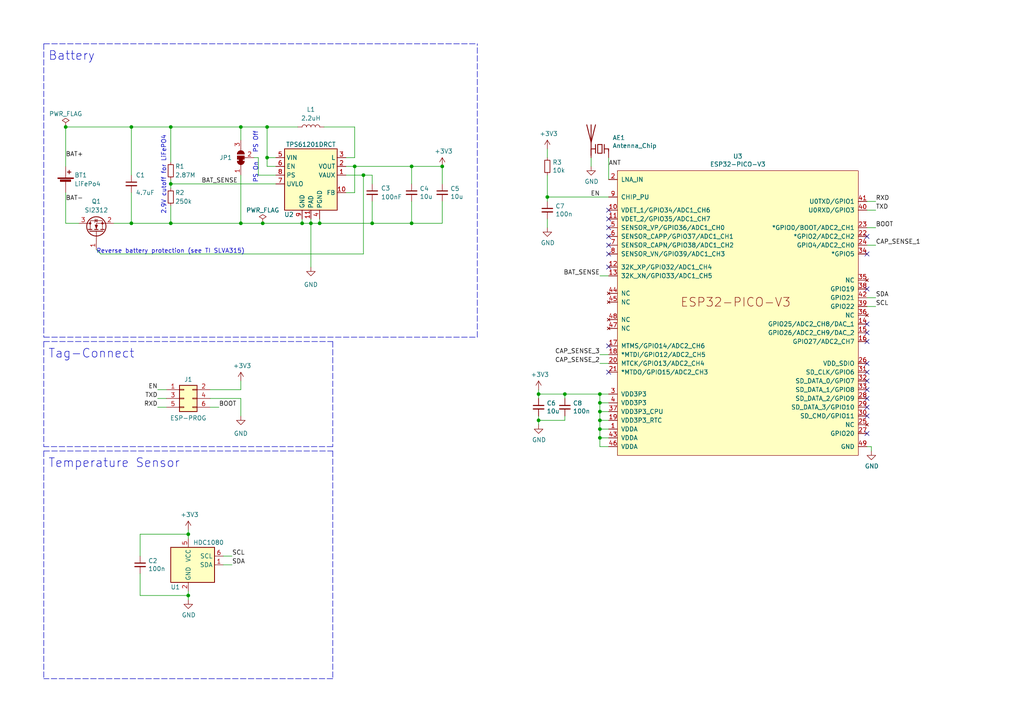
<source format=kicad_sch>
(kicad_sch (version 20210621) (generator eeschema)
  (paper "A4")
  (title_block (title "ESP32 Soil Sensor") (date "2021-09-16") (rev "1.1"))
  (lib_symbols
    (symbol "Device:Battery_Cell" (pin_numbers hide) (pin_names (offset 0) hide)
      (property "Reference" "BT" (at 2.54 2.54 0))
      (property "Value" "Battery_Cell" (at 2.54 0 0))
      (symbol "Battery_Cell_0_1"
        (rectangle (start -2.286 1.778) (end 2.286 1.524) (fill (type outline)))
        (rectangle (start -1.5748 1.1938) (end 1.4732 0.6858) (fill (type outline)))
        (polyline (pts (xy 0 0.762) (xy 0 0)))
        (polyline (pts (xy 0 1.778) (xy 0 2.54)))
        (polyline (pts (xy 0.508 3.429) (xy 1.524 3.429)) (stroke (width 0.254)))
        (polyline (pts (xy 1.016 3.937) (xy 1.016 2.921)) (stroke (width 0.254)))
      )
      (symbol "Battery_Cell_1_1"
        (pin passive line (at 0 5.08 270) (length 2.54) (name "+") (number "1"))
        (pin passive line (at 0 -2.54 90) (length 2.54) (name "-") (number "2"))
      )
    )
    (symbol "Device:C_Small" (pin_numbers hide) (pin_names (offset 0.254) hide)
      (property "Reference" "C" (at 0.254 1.778 0))
      (property "Value" "C_Small" (at 0.254 -2.032 0))
      (symbol "C_Small_0_1"
        (polyline (pts (xy -1.524 -0.508) (xy 1.524 -0.508)) (stroke (width 0.3302)))
        (polyline (pts (xy -1.524 0.508) (xy 1.524 0.508)) (stroke (width 0.3048)))
      )
      (symbol "C_Small_1_1"
        (pin passive line (at 0 2.54 270) (length 2.032) (name "~") (number "1"))
        (pin passive line (at 0 -2.54 90) (length 2.032) (name "~") (number "2"))
      )
    )
    (symbol "Device:L" (pin_numbers hide) (pin_names (offset 1.016) hide)
      (property "Reference" "L" (at -1.27 0 90))
      (property "Value" "L" (at 1.905 0 90))
      (symbol "L_0_1"
        (arc (start 0 -2.54) (end 0 -1.27) (radius (at 0 -1.905) (length 0.635) (angles -89.9 89.9)))
        (arc (start 0 -1.27) (end 0 0) (radius (at 0 -0.635) (length 0.635) (angles -89.9 89.9)))
        (arc (start 0 0) (end 0 1.27) (radius (at 0 0.635) (length 0.635) (angles -89.9 89.9)))
        (arc (start 0 1.27) (end 0 2.54) (radius (at 0 1.905) (length 0.635) (angles -89.9 89.9)))
      )
      (symbol "L_1_1"
        (pin passive line (at 0 3.81 270) (length 1.27) (name "1") (number "1"))
        (pin passive line (at 0 -3.81 90) (length 1.27) (name "2") (number "2"))
      )
    )
    (symbol "Device:R_Small" (pin_numbers hide) (pin_names (offset 0.254) hide)
      (property "Reference" "R" (at 0.762 0.508 0))
      (property "Value" "R_Small" (at 0.762 -1.016 0))
      (symbol "R_Small_0_1"
        (rectangle (start -0.762 1.778) (end 0.762 -1.778) (stroke (width 0.2032)))
      )
      (symbol "R_Small_1_1"
        (pin passive line (at 0 2.54 270) (length 0.762) (name "~") (number "1"))
        (pin passive line (at 0 -2.54 90) (length 0.762) (name "~") (number "2"))
      )
    )
    (symbol "Jumper:SolderJumper_3_Bridged12" (pin_names (offset 0) hide)
      (property "Reference" "JP" (at -2.54 -2.54 0))
      (property "Value" "SolderJumper_3_Bridged12" (at 0 2.794 0))
      (symbol "SolderJumper_3_Bridged12_0_1"
        (arc (start -1.016 1.016) (end -1.016 -1.016) (radius (at -1.016 0) (length 1.016) (angles 90.1 -90.1)))
        (arc (start 1.016 -1.016) (end 1.016 1.016) (radius (at 1.016 0) (length 1.016) (angles -89.9 89.9)))
        (arc (start -1.016 1.016) (end -1.016 -1.016) (radius (at -1.016 0) (length 1.016) (angles 90.1 -90.1)) (fill (type outline)))
        (arc (start 1.016 -1.016) (end 1.016 1.016) (radius (at 1.016 0) (length 1.016) (angles -89.9 89.9)) (fill (type outline)))
        (rectangle (start -1.016 0.508) (end -0.508 -0.508) (fill (type outline)))
        (rectangle (start -0.508 1.016) (end 0.508 -1.016) (fill (type outline)))
        (polyline (pts (xy -2.54 0) (xy -2.032 0)))
        (polyline (pts (xy -1.016 1.016) (xy -1.016 -1.016)))
        (polyline (pts (xy 0 -1.27) (xy 0 -1.016)))
        (polyline (pts (xy 1.016 1.016) (xy 1.016 -1.016)))
        (polyline (pts (xy 2.54 0) (xy 2.032 0)))
      )
      (symbol "SolderJumper_3_Bridged12_1_1"
        (pin passive line (at -5.08 0 0) (length 2.54) (name "A") (number "1"))
        (pin input line (at 0 -3.81 90) (length 2.54) (name "C") (number "2"))
        (pin passive line (at 5.08 0 180) (length 2.54) (name "B") (number "3"))
      )
    )
    (symbol "Regulator_Switching:TPS61201DRC"
      (property "Reference" "U" (at -10.16 8.89 0))
      (property "Value" "TPS61201DRC" (at -2.54 8.89 0))
      (symbol "TPS61201DRC_0_1"
        (rectangle (start -7.62 7.62) (end 7.62 -10.16) (stroke (width 0.254)) (fill (type background)))
      )
      (symbol "TPS61201DRC_1_1"
        (pin bidirectional line (at 10.16 0 180) (length 2.54) (name "VAUX") (number "1"))
        (pin input line (at 10.16 -5.08 180) (length 2.54) (name "FB") (number "10"))
        (pin power_in line (at 0 -12.7 90) (length 2.54) (name "PAD") (number "11"))
        (pin power_out line (at 10.16 2.54 180) (length 2.54) (name "VOUT") (number "2"))
        (pin input line (at 10.16 5.08 180) (length 2.54) (name "L") (number "3"))
        (pin power_in line (at 2.54 -12.7 90) (length 2.54) (name "PGND") (number "4"))
        (pin power_in line (at -10.16 5.08 0) (length 2.54) (name "VIN") (number "5"))
        (pin input line (at -10.16 2.54 0) (length 2.54) (name "EN") (number "6"))
        (pin input line (at -10.16 -2.54 0) (length 2.54) (name "UVLO") (number "7"))
        (pin input line (at -10.16 0 0) (length 2.54) (name "PS") (number "8"))
        (pin power_in line (at -2.54 -12.7 90) (length 2.54) (name "GND") (number "9"))
      )
    )
    (symbol "Transistor_FET:DMN10H220L" (pin_names hide)
      (property "Reference" "Q" (at 5.08 1.905 0))
      (property "Value" "DMN10H220L" (at 5.08 0 0))
      (symbol "DMN10H220L_0_1"
        (circle (center 1.651 0) (radius 2.794) (stroke (width 0.254)))
        (circle (center 2.54 -1.778) (radius 0.254) (fill (type outline)))
        (circle (center 2.54 1.778) (radius 0.254) (fill (type outline)))
        (polyline (pts (xy 0.254 0) (xy -2.54 0)))
        (polyline (pts (xy 0.254 1.905) (xy 0.254 -1.905)) (stroke (width 0.254)))
        (polyline (pts (xy 0.762 -1.27) (xy 0.762 -2.286)) (stroke (width 0.254)))
        (polyline (pts (xy 0.762 0.508) (xy 0.762 -0.508)) (stroke (width 0.254)))
        (polyline (pts (xy 0.762 2.286) (xy 0.762 1.27)) (stroke (width 0.254)))
        (polyline (pts (xy 2.54 2.54) (xy 2.54 1.778)))
        (polyline (pts (xy 2.54 -2.54) (xy 2.54 0) (xy 0.762 0)))
        (polyline (pts (xy 0.762 -1.778) (xy 3.302 -1.778) (xy 3.302 1.778) (xy 0.762 1.778)))
        (polyline (pts (xy 2.794 0.508) (xy 2.921 0.381) (xy 3.683 0.381) (xy 3.81 0.254)))
        (polyline (pts (xy 3.302 0.381) (xy 2.921 -0.254) (xy 3.683 -0.254) (xy 3.302 0.381)))
        (polyline (pts (xy 1.016 0) (xy 2.032 0.381) (xy 2.032 -0.381) (xy 1.016 0)) (fill (type outline)))
      )
      (symbol "DMN10H220L_1_1"
        (pin input line (at -5.08 0 0) (length 2.54) (name "G") (number "1"))
        (pin passive line (at 2.54 -5.08 90) (length 2.54) (name "S") (number "2"))
        (pin passive line (at 2.54 5.08 270) (length 2.54) (name "D") (number "3"))
      )
    )
    (symbol "power:GND" (power) (pin_names (offset 0))
      (property "Value" "GND" (at 0 -3.81 0))
      (symbol "GND_0_1"
        (polyline (pts (xy 0 0) (xy 0 -1.27) (xy 1.27 -1.27) (xy 0 -2.54) (xy -1.27 -1.27) (xy 0 -1.27)))
      )
      (symbol "GND_1_1"
        (pin power_in line (at 0 0 270) (length 0) hide (name "GND") (number "1"))
      )
    )
    (symbol "power:PWR_FLAG" (power) (pin_numbers hide) (pin_names (offset 0) hide)
      (property "Value" "PWR_FLAG" (at 0 3.81 0))
      (symbol "PWR_FLAG_0_0"
        (pin power_out line (at 0 0 90) (length 0) (name "pwr") (number "1"))
      )
      (symbol "PWR_FLAG_0_1"
        (polyline (pts (xy 0 0) (xy 0 1.27) (xy -1.016 1.905) (xy 0 2.54) (xy 1.016 1.905) (xy 0 1.27)))
      )
    )
    (symbol "soil_sensor_2-rescue:+3.3V-power" (power) (pin_names (offset 0))
      (property "Value" "+3.3V-power" (at 0 3.556 0))
      (symbol "+3.3V-power_0_1"
        (polyline (pts (xy -0.762 1.27) (xy 0 2.54)))
        (polyline (pts (xy 0 0) (xy 0 2.54)))
        (polyline (pts (xy 0 2.54) (xy 0.762 1.27)))
      )
      (symbol "+3.3V-power_1_1"
        (pin power_in line (at 0 0 90) (length 0) hide (name "+3V3") (number "1"))
      )
    )
    (symbol "soil_sensor_2-rescue:Antenna_Chip-Device" (pin_numbers hide) (pin_names (offset 1.016) hide)
      (property "Reference" "AE" (at 0 5.08 0))
      (property "Value" "Antenna_Chip-Device" (at 0 3.175 0))
      (symbol "Antenna_Chip-Device_0_1"
        (polyline (pts (xy -2.54 0) (xy -2.54 -0.635)) (stroke (width 0.254)))
        (polyline (pts (xy -2.54 0) (xy -1.27 0)) (stroke (width 0.254)))
        (polyline (pts (xy 1.27 0) (xy 2.54 0)) (stroke (width 0.254)))
        (polyline (pts (xy 1.27 1.27) (xy 1.27 -1.27)) (stroke (width 0.254)))
        (polyline (pts (xy 2.54 -0.635) (xy 2.54 0)))
        (polyline (pts (xy 2.54 6.985) (xy 2.54 -1.905)) (stroke (width 0.254)))
        (polyline (pts (xy -1.27 1.27) (xy -1.27 -1.27) (xy -1.27 0)) (stroke (width 0.254)))
        (polyline (pts (xy 3.81 6.985) (xy 2.54 1.905) (xy 1.27 6.985)) (stroke (width 0.254)))
        (polyline (pts (xy -0.635 1.27) (xy 0.635 1.27) (xy 0.635 -1.27) (xy -0.635 -1.27) (xy -0.635 1.27)) (stroke (width 0.254)))
      )
      (symbol "Antenna_Chip-Device_1_1"
        (pin input line (at -2.54 -2.54 90) (length 2.54) (name "FEED") (number "1"))
        (pin passive line (at 2.54 -2.54 90) (length 2.54) (name "PCB_Trace") (number "2"))
      )
    )
    (symbol "soil_sensor_2-rescue:C_Small-Device" (pin_numbers hide) (pin_names (offset 0.254) hide)
      (property "Reference" "C" (at 0.254 1.778 0))
      (property "Value" "C_Small-Device" (at 0.254 -2.032 0))
      (symbol "C_Small-Device_0_1"
        (polyline (pts (xy -1.524 -0.508) (xy 1.524 -0.508)) (stroke (width 0.3302)))
        (polyline (pts (xy -1.524 0.508) (xy 1.524 0.508)) (stroke (width 0.3048)))
      )
      (symbol "C_Small-Device_1_1"
        (pin passive line (at 0 2.54 270) (length 2.032) (name "~") (number "1"))
        (pin passive line (at 0 -2.54 90) (length 2.032) (name "~") (number "2"))
      )
    )
    (symbol "soil_sensor_2-rescue:Conn_02x03_Odd_Even-Connector_Generic" (pin_names (offset 1.016) hide)
      (property "Reference" "J" (at 1.27 5.08 0))
      (property "Value" "Conn_02x03_Odd_Even-Connector_Generic" (at 1.27 -5.08 0))
      (symbol "Conn_02x03_Odd_Even-Connector_Generic_1_1"
        (rectangle (start -1.27 -2.413) (end 0 -2.667) (stroke (width 0.1524)))
        (rectangle (start -1.27 0.127) (end 0 -0.127) (stroke (width 0.1524)))
        (rectangle (start -1.27 2.667) (end 0 2.413) (stroke (width 0.1524)))
        (rectangle (start 3.81 -2.413) (end 2.54 -2.667) (stroke (width 0.1524)))
        (rectangle (start 3.81 0.127) (end 2.54 -0.127) (stroke (width 0.1524)))
        (rectangle (start 3.81 2.667) (end 2.54 2.413) (stroke (width 0.1524)))
        (rectangle (start -1.27 3.81) (end 3.81 -3.81) (stroke (width 0.254)) (fill (type background)))
        (pin passive line (at -5.08 2.54 0) (length 3.81) (name "Pin_1") (number "1"))
        (pin passive line (at 7.62 2.54 180) (length 3.81) (name "Pin_2") (number "2"))
        (pin passive line (at -5.08 0 0) (length 3.81) (name "Pin_3") (number "3"))
        (pin passive line (at 7.62 0 180) (length 3.81) (name "Pin_4") (number "4"))
        (pin passive line (at -5.08 -2.54 0) (length 3.81) (name "Pin_5") (number "5"))
        (pin passive line (at 7.62 -2.54 180) (length 3.81) (name "Pin_6") (number "6"))
      )
    )
    (symbol "soil_sensor_2-rescue:ESP32-PICO-V3-Espressif" (pin_names (offset 1.016))
      (property "Reference" "U" (at 0 43.18 0))
      (property "Value" "ESP32-PICO-V3-Espressif" (at 0 -41.91 0))
      (symbol "ESP32-PICO-V3-Espressif_0_0"
        (text "ESP32-PICO-V3" (at 0 3.81 0) (effects (font (size 2.54 2.54))))
      )
      (symbol "ESP32-PICO-V3-Espressif_0_1"
        (rectangle (start -34.29 41.91) (end 35.56 -40.64) (fill (type background)))
      )
      (symbol "ESP32-PICO-V3-Espressif_1_1"
        (pin power_in line (at -36.83 -33.02 0) (length 2.54) (name "VDDA") (number "1"))
        (pin input line (at -36.83 30.48 0) (length 2.54) (name "VDET_1/GPIO34/ADC1_CH6") (number "10"))
        (pin input line (at -36.83 27.94 0) (length 2.54) (name "VDET_2/GPIO35/ADC1_CH7") (number "11"))
        (pin bidirectional line (at -36.83 13.97 0) (length 2.54) (name "32K_XP/GPIO32/ADC1_CH4") (number "12"))
        (pin bidirectional line (at -36.83 11.43 0) (length 2.54) (name "32K_XN/GPIO33/ADC1_CH5") (number "13"))
        (pin bidirectional line (at 38.1 -2.54 180) (length 2.54) (name "GPIO25/ADC2_CH8/DAC_1") (number "14"))
        (pin bidirectional line (at 38.1 -5.08 180) (length 2.54) (name "GPIO26/ADC2_CH9/DAC_2") (number "15"))
        (pin bidirectional line (at 38.1 -7.62 180) (length 2.54) (name "GPIO27/ADC2_CH7") (number "16"))
        (pin bidirectional line (at -36.83 -8.89 0) (length 2.54) (name "MTMS/GPIO14/ADC2_CH6") (number "17"))
        (pin bidirectional line (at -36.83 -11.43 0) (length 2.54) (name "*MTDI/GPIO12/ADC2_CH5") (number "18"))
        (pin power_in line (at -36.83 -30.48 0) (length 2.54) (name "VDD3P3_RTC") (number "19"))
        (pin bidirectional line (at -36.83 39.37 0) (length 2.54) (name "LNA_IN") (number "2"))
        (pin bidirectional line (at -36.83 -13.97 0) (length 2.54) (name "MTCK/GPIO13/ADC2_CH4") (number "20"))
        (pin bidirectional line (at -36.83 -16.51 0) (length 2.54) (name "*MTDO/GPIO15/ADC2_CH3") (number "21"))
        (pin bidirectional line (at 38.1 22.86 180) (length 2.54) (name "*GPIO2/ADC2_CH2") (number "22"))
        (pin bidirectional line (at 38.1 25.4 180) (length 2.54) (name "*GPIO0/BOOT/ADC2_CH1") (number "23"))
        (pin bidirectional line (at 38.1 20.32 180) (length 2.54) (name "GPIO4/ADC2_CH0") (number "24"))
        (pin no_connect line (at 38.1 -31.75 180) (length 2.54) (name "NC") (number "25"))
        (pin power_out line (at 38.1 -13.97 180) (length 2.54) (name "VDD_SDIO") (number "26"))
        (pin bidirectional line (at 38.1 -34.29 180) (length 2.54) (name "GPIO20") (number "27"))
        (pin bidirectional line (at 38.1 -24.13 180) (length 2.54) (name "SD_DATA_2/GPIO9") (number "28"))
        (pin bidirectional line (at 38.1 -26.67 180) (length 2.54) (name "SD_DATA_3/GPIO10") (number "29"))
        (pin power_in line (at -36.83 -22.86 0) (length 2.54) (name "VDD3P3") (number "3"))
        (pin bidirectional line (at 38.1 -29.21 180) (length 2.54) (name "SD_CMD/GPIO11") (number "30"))
        (pin bidirectional line (at 38.1 -16.51 180) (length 2.54) (name "SD_CLK/GPIO6") (number "31"))
        (pin bidirectional line (at 38.1 -19.05 180) (length 2.54) (name "SD_DATA_0/GPIO7") (number "32"))
        (pin bidirectional line (at 38.1 -21.59 180) (length 2.54) (name "SD_DATA_1/GPIO8") (number "33"))
        (pin bidirectional line (at 38.1 17.78 180) (length 2.54) (name "*GPIO5") (number "34"))
        (pin no_connect line (at 38.1 10.16 180) (length 2.54) (name "NC") (number "35"))
        (pin no_connect line (at 38.1 0 180) (length 2.54) (name "NC") (number "36"))
        (pin power_in line (at -36.83 -27.94 0) (length 2.54) (name "VDD3P3_CPU") (number "37"))
        (pin bidirectional line (at 38.1 7.62 180) (length 2.54) (name "GPIO19") (number "38"))
        (pin bidirectional line (at 38.1 2.54 180) (length 2.54) (name "GPIO22") (number "39"))
        (pin power_in line (at -36.83 -25.4 0) (length 2.54) (name "VDD3P3") (number "4"))
        (pin bidirectional line (at 38.1 30.48 180) (length 2.54) (name "U0RXD/GPIO3") (number "40"))
        (pin bidirectional line (at 38.1 33.02 180) (length 2.54) (name "U0TXD/GPIO1") (number "41"))
        (pin bidirectional line (at 38.1 5.08 180) (length 2.54) (name "GPIO21") (number "42"))
        (pin power_in line (at -36.83 -35.56 0) (length 2.54) (name "VDDA") (number "43"))
        (pin no_connect line (at -36.83 6.35 0) (length 2.54) (name "NC") (number "44"))
        (pin no_connect line (at -36.83 3.81 0) (length 2.54) (name "NC") (number "45"))
        (pin power_in line (at -36.83 -38.1 0) (length 2.54) (name "VDDA") (number "46"))
        (pin no_connect line (at -36.83 -3.81 0) (length 2.54) (name "NC") (number "47"))
        (pin no_connect line (at -36.83 -1.27 0) (length 2.54) (name "NC") (number "48"))
        (pin power_in line (at 38.1 -38.1 180) (length 2.54) (name "GND") (number "49"))
        (pin input line (at -36.83 25.4 0) (length 2.54) (name "SENSOR_VP/GPIO36/ADC1_CH0") (number "5"))
        (pin input line (at -36.83 22.86 0) (length 2.54) (name "SENSOR_CAPP/GPIO37/ADC1_CH1") (number "6"))
        (pin input line (at -36.83 20.32 0) (length 2.54) (name "SENSOR_CAPN/GPIO38/ADC1_CH2") (number "7"))
        (pin input line (at -36.83 17.78 0) (length 2.54) (name "SENSOR_VN/GPIO39/ADC1_CH3") (number "8"))
        (pin input line (at -36.83 34.29 0) (length 2.54) (name "CHIP_PU") (number "9"))
      )
    )
    (symbol "soil_sensor_2-rescue:GND-power" (power) (pin_names (offset 0))
      (property "Value" "GND-power" (at 0 -3.81 0))
      (symbol "GND-power_0_1"
        (polyline (pts (xy 0 0) (xy 0 -1.27) (xy 1.27 -1.27) (xy 0 -2.54) (xy -1.27 -1.27) (xy 0 -1.27)))
      )
      (symbol "GND-power_1_1"
        (pin power_in line (at 0 0 270) (length 0) hide (name "GND") (number "1"))
      )
    )
    (symbol "soil_sensor_2-rescue:HDC1080-Sensor_Humidity"
      (property "Reference" "U" (at -6.35 6.35 0))
      (property "Value" "HDC1080-Sensor_Humidity" (at 3.81 6.35 0))
      (symbol "HDC1080-Sensor_Humidity_0_1"
        (rectangle (start -7.62 5.08) (end 5.08 -5.08) (stroke (width 0.254)) (fill (type background)))
      )
      (symbol "HDC1080-Sensor_Humidity_1_1"
        (pin bidirectional line (at 7.62 0 180) (length 2.54) (name "SDA") (number "1"))
        (pin power_in line (at -2.54 -7.62 90) (length 2.54) (name "GND") (number "2"))
        (pin no_connect line (at -7.62 0 0) (length 2.54) hide (name "NC") (number "3"))
        (pin no_connect line (at -7.62 -2.54 0) (length 2.54) hide (name "NC") (number "4"))
        (pin power_in line (at -2.54 7.62 270) (length 2.54) (name "VCC") (number "5"))
        (pin input line (at 7.62 2.54 180) (length 2.54) (name "SCL") (number "6"))
        (pin no_connect line (at -7.62 2.54 0) (length 2.54) hide (name "DAP") (number "7"))
      )
    )
    (symbol "soil_sensor_2-rescue:R_Small-Device" (pin_numbers hide) (pin_names (offset 0.254) hide)
      (property "Reference" "R" (at 0.762 0.508 0))
      (property "Value" "R_Small-Device" (at 0.762 -1.016 0))
      (symbol "R_Small-Device_0_1"
        (rectangle (start -0.762 1.778) (end 0.762 -1.778) (stroke (width 0.2032)))
      )
      (symbol "R_Small-Device_1_1"
        (pin passive line (at 0 2.54 270) (length 0.762) (name "~") (number "1"))
        (pin passive line (at 0 -2.54 90) (length 0.762) (name "~") (number "2"))
      )
    )
  )
  (junction (at 19.05 36.83))
  (junction (at 38.1 36.83))
  (junction (at 38.1 64.77))
  (junction (at 49.53 36.83))
  (junction (at 49.53 53.34))
  (junction (at 49.53 64.77))
  (junction (at 54.61 154.94))
  (junction (at 54.61 172.72))
  (junction (at 69.85 36.83))
  (junction (at 69.85 64.77))
  (junction (at 76.2 64.77))
  (junction (at 77.47 36.83))
  (junction (at 77.47 45.72))
  (junction (at 87.63 64.77))
  (junction (at 90.17 64.77))
  (junction (at 92.71 64.77))
  (junction (at 102.87 48.26))
  (junction (at 105.41 50.8))
  (junction (at 107.95 64.77))
  (junction (at 119.38 48.26))
  (junction (at 119.38 64.77))
  (junction (at 128.27 48.26))
  (junction (at 156.21 114.3) (diameter 0.9144))
  (junction (at 156.21 121.92) (diameter 0.9144))
  (junction (at 158.75 57.15) (diameter 0.9144))
  (junction (at 163.83 114.3) (diameter 0.9144))
  (junction (at 173.99 114.3) (diameter 0.9144))
  (junction (at 173.99 116.84) (diameter 0.9144))
  (junction (at 173.99 119.38) (diameter 0.9144))
  (junction (at 173.99 121.92) (diameter 0.9144))
  (junction (at 173.99 124.46) (diameter 0.9144))
  (junction (at 173.99 127) (diameter 0.9144))
  (no_connect (at 176.53 60.96))
  (no_connect (at 176.53 63.5))
  (no_connect (at 176.53 66.04))
  (no_connect (at 176.53 68.58))
  (no_connect (at 176.53 71.12))
  (no_connect (at 176.53 73.66))
  (no_connect (at 176.53 77.47))
  (no_connect (at 176.53 100.33))
  (no_connect (at 176.53 107.95))
  (no_connect (at 251.46 68.58))
  (no_connect (at 251.46 73.66))
  (no_connect (at 251.46 83.82))
  (no_connect (at 251.46 93.98))
  (no_connect (at 251.46 96.52))
  (no_connect (at 251.46 99.06))
  (no_connect (at 251.46 105.41))
  (no_connect (at 251.46 107.95))
  (no_connect (at 251.46 110.49))
  (no_connect (at 251.46 113.03))
  (no_connect (at 251.46 115.57))
  (no_connect (at 251.46 118.11))
  (no_connect (at 251.46 120.65))
  (no_connect (at 251.46 125.73))
  (wire (pts (xy 19.05 36.83) (xy 19.05 48.26)))
  (wire (pts (xy 19.05 36.83) (xy 38.1 36.83)))
  (wire (pts (xy 19.05 64.77) (xy 19.05 55.88)))
  (wire (pts (xy 19.05 64.77) (xy 22.86 64.77)))
  (wire (pts (xy 29.21 73.66) (xy 27.94 72.39)))
  (wire (pts (xy 33.02 64.77) (xy 38.1 64.77)))
  (wire (pts (xy 38.1 36.83) (xy 49.53 36.83)))
  (wire (pts (xy 38.1 50.8) (xy 38.1 36.83)))
  (wire (pts (xy 38.1 55.88) (xy 38.1 64.77)))
  (wire (pts (xy 38.1 64.77) (xy 49.53 64.77)))
  (wire (pts (xy 40.64 154.94) (xy 40.64 161.29)))
  (wire (pts (xy 40.64 172.72) (xy 40.64 166.37)))
  (wire (pts (xy 45.72 113.03) (xy 48.26 113.03)))
  (wire (pts (xy 45.72 115.57) (xy 48.26 115.57)))
  (wire (pts (xy 45.72 118.11) (xy 48.26 118.11)))
  (wire (pts (xy 49.53 36.83) (xy 69.85 36.83)))
  (wire (pts (xy 49.53 46.99) (xy 49.53 36.83)))
  (wire (pts (xy 49.53 53.34) (xy 49.53 52.07)))
  (wire (pts (xy 49.53 53.34) (xy 49.53 54.61)))
  (wire (pts (xy 49.53 64.77) (xy 49.53 59.69)))
  (wire (pts (xy 49.53 64.77) (xy 69.85 64.77)))
  (wire (pts (xy 54.61 153.67) (xy 54.61 154.94)))
  (wire (pts (xy 54.61 154.94) (xy 40.64 154.94)))
  (wire (pts (xy 54.61 154.94) (xy 54.61 156.21)))
  (wire (pts (xy 54.61 171.45) (xy 54.61 172.72)))
  (wire (pts (xy 54.61 172.72) (xy 40.64 172.72)))
  (wire (pts (xy 54.61 172.72) (xy 54.61 173.99)))
  (wire (pts (xy 60.96 113.03) (xy 69.85 113.03)))
  (wire (pts (xy 60.96 115.57) (xy 69.85 115.57)))
  (wire (pts (xy 60.96 118.11) (xy 63.5 118.11)))
  (wire (pts (xy 64.77 161.29) (xy 67.31 161.29)))
  (wire (pts (xy 64.77 163.83) (xy 67.31 163.83)))
  (wire (pts (xy 69.85 36.83) (xy 69.85 40.64)))
  (wire (pts (xy 69.85 36.83) (xy 77.47 36.83)))
  (wire (pts (xy 69.85 50.8) (xy 69.85 64.77)))
  (wire (pts (xy 69.85 110.49) (xy 69.85 113.03)))
  (wire (pts (xy 69.85 115.57) (xy 69.85 120.65)))
  (wire (pts (xy 74.93 45.72) (xy 73.66 45.72)))
  (wire (pts (xy 74.93 50.8) (xy 74.93 45.72)))
  (wire (pts (xy 76.2 64.77) (xy 69.85 64.77)))
  (wire (pts (xy 77.47 36.83) (xy 77.47 45.72)))
  (wire (pts (xy 77.47 48.26) (xy 77.47 45.72)))
  (wire (pts (xy 80.01 45.72) (xy 77.47 45.72)))
  (wire (pts (xy 80.01 48.26) (xy 77.47 48.26)))
  (wire (pts (xy 80.01 50.8) (xy 74.93 50.8)))
  (wire (pts (xy 80.01 53.34) (xy 49.53 53.34)))
  (wire (pts (xy 86.36 36.83) (xy 77.47 36.83)))
  (wire (pts (xy 87.63 64.77) (xy 76.2 64.77)))
  (wire (pts (xy 87.63 64.77) (xy 87.63 63.5)))
  (wire (pts (xy 90.17 63.5) (xy 90.17 64.77)))
  (wire (pts (xy 90.17 64.77) (xy 87.63 64.77)))
  (wire (pts (xy 90.17 64.77) (xy 90.17 77.47)))
  (wire (pts (xy 92.71 63.5) (xy 92.71 64.77)))
  (wire (pts (xy 92.71 64.77) (xy 90.17 64.77)))
  (wire (pts (xy 92.71 64.77) (xy 107.95 64.77)))
  (wire (pts (xy 93.98 36.83) (xy 102.87 36.83)))
  (wire (pts (xy 100.33 45.72) (xy 102.87 45.72)))
  (wire (pts (xy 100.33 48.26) (xy 102.87 48.26)))
  (wire (pts (xy 100.33 50.8) (xy 105.41 50.8)))
  (wire (pts (xy 100.33 55.88) (xy 102.87 55.88)))
  (wire (pts (xy 102.87 36.83) (xy 102.87 45.72)))
  (wire (pts (xy 102.87 48.26) (xy 119.38 48.26)))
  (wire (pts (xy 102.87 55.88) (xy 102.87 48.26)))
  (wire (pts (xy 105.41 50.8) (xy 105.41 73.66)))
  (wire (pts (xy 105.41 50.8) (xy 107.95 50.8)))
  (wire (pts (xy 105.41 73.66) (xy 29.21 73.66)))
  (wire (pts (xy 107.95 50.8) (xy 107.95 53.34)))
  (wire (pts (xy 107.95 58.42) (xy 107.95 64.77)))
  (wire (pts (xy 107.95 64.77) (xy 119.38 64.77)))
  (wire (pts (xy 119.38 53.34) (xy 119.38 48.26)))
  (wire (pts (xy 119.38 64.77) (xy 119.38 58.42)))
  (wire (pts (xy 119.38 64.77) (xy 128.27 64.77)))
  (wire (pts (xy 128.27 48.26) (xy 119.38 48.26)))
  (wire (pts (xy 128.27 53.34) (xy 128.27 48.26)))
  (wire (pts (xy 128.27 64.77) (xy 128.27 58.42)))
  (wire (pts (xy 156.21 114.3) (xy 156.21 113.03)))
  (wire (pts (xy 156.21 114.3) (xy 156.21 115.57)))
  (wire (pts (xy 156.21 120.65) (xy 156.21 121.92)))
  (wire (pts (xy 156.21 121.92) (xy 163.83 121.92)))
  (wire (pts (xy 156.21 123.19) (xy 156.21 121.92)))
  (wire (pts (xy 158.75 45.72) (xy 158.75 43.18)))
  (wire (pts (xy 158.75 50.8) (xy 158.75 57.15)))
  (wire (pts (xy 158.75 57.15) (xy 158.75 58.42)))
  (wire (pts (xy 158.75 63.5) (xy 158.75 66.04)))
  (wire (pts (xy 163.83 114.3) (xy 156.21 114.3)))
  (wire (pts (xy 163.83 114.3) (xy 163.83 115.57)))
  (wire (pts (xy 163.83 121.92) (xy 163.83 120.65)))
  (wire (pts (xy 171.45 45.72) (xy 171.45 48.26)))
  (wire (pts (xy 173.99 114.3) (xy 163.83 114.3)))
  (wire (pts (xy 173.99 114.3) (xy 176.53 114.3)))
  (wire (pts (xy 173.99 116.84) (xy 173.99 114.3)))
  (wire (pts (xy 173.99 119.38) (xy 173.99 116.84)))
  (wire (pts (xy 173.99 121.92) (xy 173.99 119.38)))
  (wire (pts (xy 173.99 124.46) (xy 173.99 121.92)))
  (wire (pts (xy 173.99 127) (xy 173.99 124.46)))
  (wire (pts (xy 173.99 129.54) (xy 173.99 127)))
  (wire (pts (xy 176.53 45.72) (xy 176.53 52.07)))
  (wire (pts (xy 176.53 57.15) (xy 158.75 57.15)))
  (wire (pts (xy 176.53 80.01) (xy 173.99 80.01)))
  (wire (pts (xy 176.53 102.87) (xy 173.99 102.87)))
  (wire (pts (xy 176.53 105.41) (xy 173.99 105.41)))
  (wire (pts (xy 176.53 116.84) (xy 173.99 116.84)))
  (wire (pts (xy 176.53 119.38) (xy 173.99 119.38)))
  (wire (pts (xy 176.53 121.92) (xy 173.99 121.92)))
  (wire (pts (xy 176.53 124.46) (xy 173.99 124.46)))
  (wire (pts (xy 176.53 127) (xy 173.99 127)))
  (wire (pts (xy 176.53 129.54) (xy 173.99 129.54)))
  (wire (pts (xy 251.46 58.42) (xy 254 58.42)))
  (wire (pts (xy 251.46 60.96) (xy 254 60.96)))
  (wire (pts (xy 251.46 66.04) (xy 254 66.04)))
  (wire (pts (xy 251.46 71.12) (xy 254 71.12)))
  (wire (pts (xy 251.46 86.36) (xy 254 86.36)))
  (wire (pts (xy 251.46 88.9) (xy 254 88.9)))
  (wire (pts (xy 251.46 129.54) (xy 252.73 129.54)))
  (wire (pts (xy 252.73 129.54) (xy 252.73 130.81)))
  (polyline (pts (xy 12.7 12.7) (xy 12.7 97.79)))
  (polyline (pts (xy 12.7 12.7) (xy 138.43 12.7)))
  (polyline (pts (xy 12.7 97.79) (xy 138.43 97.79)))
  (polyline (pts (xy 12.7 99.06) (xy 12.7 129.54)))
  (polyline (pts (xy 12.7 99.06) (xy 96.52 99.06)))
  (polyline (pts (xy 12.7 130.81) (xy 12.7 196.85)))
  (polyline (pts (xy 12.7 130.81) (xy 96.52 130.81)))
  (polyline (pts (xy 96.52 99.06) (xy 96.52 129.54)))
  (polyline (pts (xy 96.52 129.54) (xy 12.7 129.54)))
  (polyline (pts (xy 96.52 130.81) (xy 96.52 196.85)))
  (polyline (pts (xy 96.52 196.85) (xy 12.7 196.85)))
  (polyline (pts (xy 138.43 97.79) (xy 138.43 12.7)))
  (text "Battery" (at 13.97 17.78 0) (effects (font (size 2.54 2.54)) (justify left bottom)))
  (text "Tag-Connect" (at 13.97 104.14 0) (effects (font (size 2.54 2.54)) (justify left bottom)))
  (text "Temperature Sensor" (at 13.97 135.89 0) (effects (font (size 2.54 2.54)) (justify left bottom)))
  (text "Reverse battery protection (see TI SLVA315)" (at 27.94 73.66 0) (effects (font (size 1.27 1.27)) (justify left bottom)))
  (text "2.9V cutoff for LiFePO4" (at 48.26 62.23 90) (effects (font (size 1.27 1.27)) (justify left bottom)))
  (text "PS Off" (at 74.93 44.45 90) (effects (font (size 1.27 1.27)) (justify left bottom)))
  (text "PS On" (at 74.93 46.99 270) (effects (font (size 1.27 1.27)) (justify right bottom)))
  (label "BAT+" (at 19.05 45.72 0))
  (label "BAT-" (at 19.05 58.42 0))
  (label "EN" (at 45.72 113.03 180))
  (label "TXD" (at 45.72 115.57 180))
  (label "RXD" (at 45.72 118.11 180))
  (label "BAT_SENSE" (at 58.42 53.34 0))
  (label "BOOT" (at 63.5 118.11 0))
  (label "SCL" (at 67.31 161.29 0))
  (label "SDA" (at 67.31 163.83 0))
  (label "EN" (at 173.99 57.15 180))
  (label "BAT_SENSE" (at 173.99 80.01 180))
  (label "CAP_SENSE_3" (at 173.99 102.87 180))
  (label "CAP_SENSE_2" (at 173.99 105.41 180))
  (label "ANT" (at 176.53 48.26 0))
  (label "RXD" (at 254 58.42 0))
  (label "TXD" (at 254 60.96 0))
  (label "BOOT" (at 254 66.04 0))
  (label "CAP_SENSE_1" (at 254 71.12 0))
  (label "SDA" (at 254 86.36 0))
  (label "SCL" (at 254 88.9 0))
  (symbol (lib_id "soil_sensor_2-rescue:+3.3V-power") (at 54.61 153.67 0) (unit 1)
    (property "Reference" "#PWR01" (effects hide))
    (property "Value" "+3.3V" (at 54.991 149.2758 0))
  )
  (symbol (lib_id "soil_sensor_2-rescue:+3.3V-power") (at 69.85 110.49 0) (unit 1)
    (property "Reference" "#PWR03" (effects hide))
    (property "Value" "+3.3V" (at 70.231 106.0958 0))
  )
  (symbol (lib_id "soil_sensor_2-rescue:+3.3V-power") (at 128.27 48.26 0) (unit 1)
    (property "Reference" "#PWR06" (effects hide))
    (property "Value" "+3.3V" (at 128.651 43.8658 0))
  )
  (symbol (lib_id "soil_sensor_2-rescue:+3.3V-power") (at 156.21 113.03 0) (unit 1)
    (property "Reference" "#PWR07" (effects hide))
    (property "Value" "+3.3V" (at 156.591 108.6358 0))
  )
  (symbol (lib_id "soil_sensor_2-rescue:+3.3V-power") (at 158.75 43.18 0) (unit 1)
    (property "Reference" "#PWR09" (effects hide))
    (property "Value" "+3.3V" (at 159.131 38.7858 0))
  )
  (symbol (lib_id "power:PWR_FLAG") (at 19.05 36.83 0) (unit 1)
    (property "Reference" "#FLG01" (effects hide))
    (property "Value" "PWR_FLAG" (at 19.05 33.02 0))
  )
  (symbol (lib_id "power:PWR_FLAG") (at 76.2 64.77 0) (unit 1)
    (property "Reference" "#FLG02" (effects hide))
    (property "Value" "PWR_FLAG" (at 76.2 60.96 0))
  )
  (symbol (lib_id "soil_sensor_2-rescue:GND-power") (at 54.61 173.99 0) (unit 1)
    (property "Reference" "#PWR02" (effects hide))
    (property "Value" "GND" (at 54.737 178.3842 0))
  )
  (symbol (lib_id "power:GND") (at 69.85 120.65 0) (unit 1)
    (property "Reference" "#PWR04" (effects hide))
    (property "Value" "GND" (at 69.85 125.73 0))
  )
  (symbol (lib_id "power:GND") (at 90.17 77.47 0) (unit 1)
    (property "Reference" "#PWR05" (effects hide))
    (property "Value" "GND" (at 90.17 82.55 0))
  )
  (symbol (lib_id "soil_sensor_2-rescue:GND-power") (at 156.21 123.19 0) (unit 1)
    (property "Reference" "#PWR08" (effects hide))
    (property "Value" "GND" (at 156.337 127.5842 0))
  )
  (symbol (lib_id "soil_sensor_2-rescue:GND-power") (at 158.75 66.04 0) (unit 1)
    (property "Reference" "#PWR010" (effects hide))
    (property "Value" "GND" (at 158.877 70.4342 0))
  )
  (symbol (lib_id "soil_sensor_2-rescue:GND-power") (at 171.45 48.26 0) (unit 1)
    (property "Reference" "#PWR011" (effects hide))
    (property "Value" "GND" (at 171.577 52.6542 0))
  )
  (symbol (lib_id "soil_sensor_2-rescue:GND-power") (at 252.73 130.81 0) (unit 1)
    (property "Reference" "#PWR012" (effects hide))
    (property "Value" "GND" (at 252.857 135.2042 0))
  )
  (symbol (lib_id "Device:L") (at 90.17 36.83 90) (unit 1)
    (property "Reference" "L1" (at 90.17 31.75 90))
    (property "Value" "2.2uH" (at 90.17 34.29 90))
    (property "Footprint" "Inductor_SMD:L_Taiyo-Yuden_NR-40xx" (effects hide))
    (property "Digikey" "NRS4018T2R2MDGJ" (effects hide))
  )
  (symbol (lib_id "Device:R_Small") (at 49.53 49.53 0) (unit 1)
    (property "Reference" "R1" (at 50.8 48.2599 0) (effects (justify left)))
    (property "Value" "2.87M" (at 50.8 50.7999 0) (effects (justify left)))
    (property "Footprint" "Resistor_SMD:R_0603_1608Metric" (effects hide))
    (property "Digikey" "541-2.87MHCT-ND" (effects hide))
  )
  (symbol (lib_id "Device:R_Small") (at 49.53 57.15 0) (unit 1)
    (property "Reference" "R2" (at 50.8 55.8799 0) (effects (justify left)))
    (property "Value" "250k" (at 50.8 58.4199 0) (effects (justify left)))
    (property "Footprint" "Resistor_SMD:R_0603_1608Metric" (effects hide))
  )
  (symbol (lib_id "soil_sensor_2-rescue:R_Small-Device") (at 158.75 48.26 0) (unit 1)
    (property "Reference" "R3" (at 160.2486 47.0916 0) (effects (justify left)))
    (property "Value" "10k" (at 160.2486 49.403 0) (effects (justify left)))
    (property "Footprint" "Resistor_SMD:R_0603_1608Metric" (effects hide))
  )
  (symbol (lib_id "Device:C_Small") (at 38.1 53.34 0) (unit 1)
    (property "Reference" "C1" (at 39.37 50.7999 0) (effects (justify left)))
    (property "Value" "4.7uF" (at 39.37 55.8799 0) (effects (justify left)))
    (property "Footprint" "Capacitor_SMD:C_0603_1608Metric" (effects hide))
  )
  (symbol (lib_id "soil_sensor_2-rescue:C_Small-Device") (at 40.64 163.83 0) (unit 1)
    (property "Reference" "C2" (at 42.9768 162.6616 0) (effects (justify left)))
    (property "Value" "100n" (at 42.9768 164.973 0) (effects (justify left)))
    (property "Footprint" "Capacitor_SMD:C_0603_1608Metric" (effects hide))
  )
  (symbol (lib_id "Device:C_Small") (at 107.95 55.88 0) (unit 1)
    (property "Reference" "C3" (at 110.49 54.6099 0) (effects (justify left)))
    (property "Value" "100nF" (at 110.49 57.1499 0) (effects (justify left)))
    (property "Footprint" "Capacitor_SMD:C_0603_1608Metric" (effects hide))
  )
  (symbol (lib_id "soil_sensor_2-rescue:C_Small-Device") (at 119.38 55.88 0) (unit 1)
    (property "Reference" "C4" (at 121.7168 54.7116 0) (effects (justify left)))
    (property "Value" "10u" (at 121.7168 57.023 0) (effects (justify left)))
    (property "Footprint" "Capacitor_SMD:C_0805_2012Metric" (effects hide))
  )
  (symbol (lib_id "soil_sensor_2-rescue:C_Small-Device") (at 128.27 55.88 0) (unit 1)
    (property "Reference" "C5" (at 130.6068 54.7116 0) (effects (justify left)))
    (property "Value" "10u" (at 130.6068 57.023 0) (effects (justify left)))
    (property "Footprint" "Capacitor_SMD:C_0805_2012Metric" (effects hide))
  )
  (symbol (lib_id "soil_sensor_2-rescue:C_Small-Device") (at 156.21 118.11 0) (unit 1)
    (property "Reference" "C6" (at 158.5468 116.9416 0) (effects (justify left)))
    (property "Value" "10u" (at 158.5468 119.253 0) (effects (justify left)))
    (property "Footprint" "Capacitor_SMD:C_0805_2012Metric" (effects hide))
  )
  (symbol (lib_id "soil_sensor_2-rescue:C_Small-Device") (at 158.75 60.96 0) (unit 1)
    (property "Reference" "C7" (at 161.0868 59.7916 0) (effects (justify left)))
    (property "Value" "100n" (at 161.0868 62.103 0) (effects (justify left)))
    (property "Footprint" "Capacitor_SMD:C_0603_1608Metric" (effects hide))
  )
  (symbol (lib_id "soil_sensor_2-rescue:C_Small-Device") (at 163.83 118.11 0) (unit 1)
    (property "Reference" "C8" (at 166.1668 116.9416 0) (effects (justify left)))
    (property "Value" "100n" (at 166.1668 119.253 0) (effects (justify left)))
    (property "Footprint" "Capacitor_SMD:C_0603_1608Metric" (effects hide))
  )
  (symbol (lib_id "Device:Battery_Cell") (at 19.05 53.34 0) (unit 1)
    (property "Reference" "BT1" (at 21.59 50.7999 0) (effects (justify left)))
    (property "Value" "LiFePo4" (at 21.59 53.3399 0) (effects (justify left)))
    (property "Footprint" "Soil_Sensor:BatteryHolder_Keystone_2460_1xAA" (effects hide))
  )
  (symbol (lib_id "Jumper:SolderJumper_3_Bridged12") (at 69.85 45.72 90) (unit 1)
    (property "Reference" "JP1" (at 67.31 45.7199 90) (effects (justify left)))
    (property "Value" "SolderJumper_3_Bridged12" (effects hide))
    (property "Footprint" "Jumper:SolderJumper-3_P1.3mm_Bridged12_RoundedPad1.0x1.5mm" (effects hide))
  )
  (symbol (lib_id "soil_sensor_2-rescue:Antenna_Chip-Device") (at 173.99 43.18 0) (mirror y) (unit 1)
    (property "Reference" "AE1" (at 177.6476 39.9542 0) (effects (justify right)))
    (property "Value" "Antenna_Chip" (at 177.6476 42.2656 0) (effects (justify right)))
    (property "Footprint" "RF_Antenna:Texas_SWRA117D_2.4GHz_Right" (effects hide))
  )
  (symbol (lib_id "Transistor_FET:DMN10H220L") (at 27.94 67.31 90) (unit 1)
    (property "Reference" "Q1" (at 27.94 58.42 90))
    (property "Value" "SI2312" (at 27.94 60.96 90))
    (property "Footprint" "Package_TO_SOT_SMD:SOT-23" (effects hide))
    (property "Datasheet" "https://www.vishay.com/docs/73235/si2312bds.pdf" (effects hide))
    (property "Digikey" "SI2312BDS-T1-E3CT-ND" (effects hide))
  )
  (symbol (lib_id "soil_sensor_2-rescue:Conn_02x03_Odd_Even-Connector_Generic") (at 53.34 115.57 0) (unit 1)
    (property "Reference" "J1" (at 54.61 110.0582 0))
    (property "Value" "ESP-PROG" (at 54.61 121.2596 0))
    (property "Footprint" "Connector:Tag-Connect_TC2030-IDC-NL_2x03_P1.27mm_Vertical" (effects hide))
  )
  (symbol (lib_id "soil_sensor_2-rescue:HDC1080-Sensor_Humidity") (at 57.15 163.83 0) (unit 1)
    (property "Reference" "U1" (at 52.2478 170.2816 0) (effects (justify right)))
    (property "Value" "HDC1080" (at 64.9478 157.353 0) (effects (justify right)))
    (property "Footprint" "Package_SON:Texas_PWSON-N6" (effects hide))
    (property "Datasheet" "http://www.ti.com/lit/ds/symlink/hdc1080.pdf" (effects hide))
    (property "LCSC" "C82227" (effects hide))
  )
  (symbol (lib_id "Regulator_Switching:TPS61201DRC") (at 90.17 50.8 0) (unit 1)
    (property "Reference" "U2" (at 83.82 62.23 0))
    (property "Value" "TPS61201DRCT" (at 90.17 41.91 0))
    (property "Footprint" "Package_SON:Texas_S-PVSON-N10_ThermalVias" (effects hide))
    (property "Datasheet" "http://www.ti.com/lit/ds/symlink/tps61200.pdf" (effects hide))
    (property "Digikey" "296-21684-1-ND" (effects hide))
  )
  (symbol (lib_id "soil_sensor_2-rescue:ESP32-PICO-V3-Espressif") (at 213.36 91.44 0) (unit 1)
    (property "Reference" "U3" (at 213.995 45.339 0))
    (property "Value" "ESP32-PICO-V3" (at 213.995 47.6504 0))
    (property "Footprint" "Package_DFN_QFN:QFN-48-1EP_7x7mm_P0.5mm_EP5.15x5.15mm" (effects hide))
    (property "Datasheet" "https://www.espressif.com/sites/default/files/documentation/esp32_datasheet_en.pdf" (effects hide))
    (property "Digikey" "1965-ESP32-PICO-V3CT-ND" (effects hide))
  )
)
</source>
